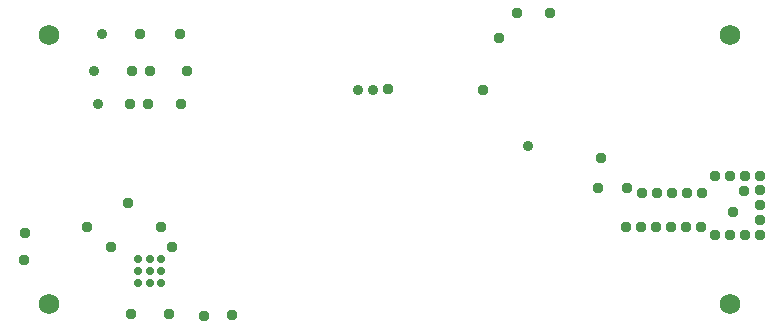
<source format=gbs>
G04*
G04 #@! TF.GenerationSoftware,Altium Limited,Altium Designer,20.1.14 (287)*
G04*
G04 Layer_Color=16711935*
%FSLAX25Y25*%
%MOIN*%
G70*
G04*
G04 #@! TF.SameCoordinates,ACA2496A-1981-4D04-82D2-C06787754FA9*
G04*
G04*
G04 #@! TF.FilePolarity,Negative*
G04*
G01*
G75*
%ADD46C,0.06800*%
%ADD47C,0.03700*%
%ADD48C,0.03600*%
%ADD49C,0.02769*%
D46*
X214000Y196500D02*
D03*
Y286000D02*
D03*
X441000Y196500D02*
D03*
Y286000D02*
D03*
D47*
X436000Y239000D02*
D03*
X205902Y220000D02*
D03*
X205701Y211000D02*
D03*
X251284Y222000D02*
D03*
X255000Y215500D02*
D03*
X234500D02*
D03*
X244250Y286500D02*
D03*
X247500Y274000D02*
D03*
X241598D02*
D03*
X364094Y285000D02*
D03*
X406419Y222000D02*
D03*
X411419D02*
D03*
X396919Y235000D02*
D03*
X397811Y245000D02*
D03*
X406500Y235000D02*
D03*
X411500Y233500D02*
D03*
X445919Y219500D02*
D03*
X440919D02*
D03*
X435919D02*
D03*
X431419Y222000D02*
D03*
X426419D02*
D03*
X445740Y234224D02*
D03*
X440919Y239000D02*
D03*
X445919D02*
D03*
X431500Y233500D02*
D03*
X426500D02*
D03*
X254000Y193000D02*
D03*
X241402D02*
D03*
X240283Y230000D02*
D03*
X247081Y263000D02*
D03*
X241000D02*
D03*
X275000Y192663D02*
D03*
X265500Y192581D02*
D03*
X381081Y293500D02*
D03*
X370102D02*
D03*
X442000Y227000D02*
D03*
X226783Y222000D02*
D03*
X257500Y286500D02*
D03*
X260098Y274000D02*
D03*
X358500Y267752D02*
D03*
X327000Y267949D02*
D03*
X450919Y219500D02*
D03*
X421419Y222000D02*
D03*
X416419D02*
D03*
X450919Y239000D02*
D03*
Y234500D02*
D03*
X416500Y233500D02*
D03*
X421500D02*
D03*
X257919Y263000D02*
D03*
X450919Y229500D02*
D03*
Y224500D02*
D03*
D48*
X317000Y267898D02*
D03*
X373500Y249248D02*
D03*
X229000Y274000D02*
D03*
X231500Y286500D02*
D03*
X322000Y267898D02*
D03*
X230163Y263000D02*
D03*
D49*
X243563Y203563D02*
D03*
Y207500D02*
D03*
Y211437D02*
D03*
X247500Y203563D02*
D03*
X247500Y207500D02*
D03*
X247500Y211437D02*
D03*
X251437Y203563D02*
D03*
X251437Y207500D02*
D03*
X251437Y211437D02*
D03*
M02*

</source>
